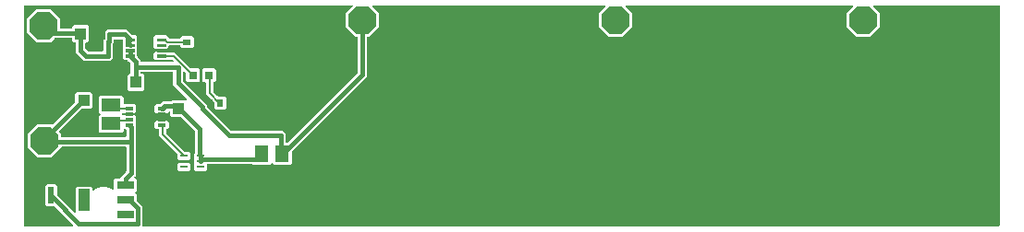
<source format=gbr>
G04 EAGLE Gerber RS-274X export*
G75*
%MOMM*%
%FSLAX34Y34*%
%LPD*%
%INTop Copper*%
%IPPOS*%
%AMOC8*
5,1,8,0,0,1.08239X$1,22.5*%
G01*
%ADD10C,0.067500*%
%ADD11R,1.630000X1.430000*%
%ADD12P,2.749271X8X22.500000*%
%ADD13R,0.700000X0.600000*%
%ADD14R,1.050000X1.080000*%
%ADD15R,0.800000X0.800000*%
%ADD16R,0.600000X0.700000*%
%ADD17R,0.800000X0.300000*%
%ADD18R,1.750000X1.900000*%
%ADD19R,1.080000X1.050000*%
%ADD20R,0.711200X0.254000*%
%ADD21R,0.381000X1.320800*%
%ADD22R,0.560000X1.500000*%
%ADD23R,1.600000X0.800000*%
%ADD24R,1.000000X2.000000*%
%ADD25R,1.300000X1.500000*%
%ADD26R,1.803400X1.155700*%
%ADD27C,0.502400*%
%ADD28C,0.127000*%
%ADD29C,0.381000*%

G36*
X47643Y13314D02*
X47643Y13314D01*
X47715Y13316D01*
X47764Y13334D01*
X47815Y13342D01*
X47878Y13376D01*
X47946Y13401D01*
X47986Y13433D01*
X48032Y13458D01*
X48082Y13509D01*
X48138Y13554D01*
X48166Y13598D01*
X48202Y13636D01*
X48232Y13701D01*
X48271Y13761D01*
X48283Y13812D01*
X48305Y13859D01*
X48313Y13930D01*
X48331Y14000D01*
X48327Y14052D01*
X48332Y14103D01*
X48317Y14174D01*
X48312Y14245D01*
X48291Y14293D01*
X48280Y14344D01*
X48243Y14405D01*
X48215Y14471D01*
X48171Y14527D01*
X48154Y14555D01*
X48136Y14570D01*
X48111Y14602D01*
X31066Y31646D01*
X30993Y31699D01*
X30923Y31759D01*
X30893Y31771D01*
X30867Y31790D01*
X30780Y31817D01*
X30695Y31851D01*
X30654Y31855D01*
X30632Y31862D01*
X30599Y31861D01*
X30528Y31869D01*
X23928Y31869D01*
X22439Y33358D01*
X22439Y50462D01*
X23928Y51951D01*
X31632Y51951D01*
X33121Y50462D01*
X33121Y42482D01*
X33135Y42392D01*
X33143Y42301D01*
X33155Y42271D01*
X33160Y42239D01*
X33203Y42158D01*
X33239Y42074D01*
X33265Y42042D01*
X33276Y42022D01*
X33299Y41999D01*
X33344Y41944D01*
X48950Y26337D01*
X49008Y26296D01*
X49060Y26246D01*
X49107Y26224D01*
X49149Y26194D01*
X49218Y26173D01*
X49283Y26143D01*
X49335Y26137D01*
X49385Y26122D01*
X49456Y26123D01*
X49527Y26116D01*
X49578Y26127D01*
X49630Y26128D01*
X49698Y26153D01*
X49768Y26168D01*
X49812Y26194D01*
X49861Y26212D01*
X49917Y26257D01*
X49979Y26294D01*
X50013Y26334D01*
X50053Y26366D01*
X50092Y26426D01*
X50139Y26481D01*
X50158Y26529D01*
X50186Y26573D01*
X50204Y26642D01*
X50231Y26709D01*
X50239Y26780D01*
X50247Y26812D01*
X50245Y26835D01*
X50249Y26876D01*
X50249Y48592D01*
X51738Y50081D01*
X63842Y50081D01*
X65331Y48592D01*
X65331Y46654D01*
X65342Y46583D01*
X65344Y46511D01*
X65362Y46462D01*
X65370Y46411D01*
X65404Y46348D01*
X65429Y46280D01*
X65461Y46240D01*
X65486Y46194D01*
X65538Y46144D01*
X65582Y46088D01*
X65626Y46060D01*
X65664Y46024D01*
X65729Y45994D01*
X65789Y45955D01*
X65840Y45943D01*
X65887Y45921D01*
X65958Y45913D01*
X66028Y45895D01*
X66080Y45899D01*
X66131Y45894D01*
X66202Y45909D01*
X66273Y45914D01*
X66321Y45935D01*
X66372Y45946D01*
X66433Y45983D01*
X66499Y46011D01*
X66555Y46056D01*
X66583Y46072D01*
X66598Y46090D01*
X66630Y46116D01*
X68686Y48172D01*
X73295Y50081D01*
X78285Y50081D01*
X82894Y48172D01*
X83950Y47116D01*
X84008Y47074D01*
X84060Y47024D01*
X84107Y47002D01*
X84149Y46972D01*
X84218Y46951D01*
X84283Y46921D01*
X84335Y46915D01*
X84385Y46900D01*
X84456Y46902D01*
X84527Y46894D01*
X84578Y46905D01*
X84630Y46906D01*
X84698Y46931D01*
X84768Y46946D01*
X84813Y46973D01*
X84861Y46990D01*
X84917Y47035D01*
X84979Y47072D01*
X85013Y47112D01*
X85053Y47144D01*
X85092Y47204D01*
X85139Y47259D01*
X85158Y47307D01*
X85186Y47351D01*
X85204Y47421D01*
X85231Y47487D01*
X85239Y47558D01*
X85247Y47590D01*
X85245Y47613D01*
X85249Y47654D01*
X85249Y56092D01*
X86738Y57581D01*
X90793Y57581D01*
X90813Y57584D01*
X90832Y57582D01*
X90934Y57604D01*
X91036Y57620D01*
X91053Y57630D01*
X91073Y57634D01*
X91162Y57687D01*
X91253Y57736D01*
X91267Y57750D01*
X91284Y57760D01*
X91351Y57839D01*
X91423Y57914D01*
X91431Y57932D01*
X91444Y57947D01*
X91483Y58043D01*
X91526Y58137D01*
X91528Y58157D01*
X91536Y58175D01*
X91554Y58342D01*
X91554Y58842D01*
X96331Y63619D01*
X96384Y63692D01*
X96444Y63762D01*
X96456Y63792D01*
X96475Y63818D01*
X96502Y63905D01*
X96536Y63990D01*
X96540Y64031D01*
X96547Y64053D01*
X96546Y64086D01*
X96554Y64157D01*
X96554Y85793D01*
X96551Y85813D01*
X96553Y85832D01*
X96531Y85934D01*
X96515Y86036D01*
X96505Y86053D01*
X96501Y86073D01*
X96448Y86162D01*
X96399Y86253D01*
X96385Y86267D01*
X96375Y86284D01*
X96296Y86351D01*
X96221Y86423D01*
X96203Y86431D01*
X96188Y86444D01*
X96092Y86483D01*
X95998Y86526D01*
X95978Y86528D01*
X95960Y86536D01*
X95793Y86554D01*
X37592Y86554D01*
X37572Y86551D01*
X37553Y86553D01*
X37451Y86531D01*
X37349Y86515D01*
X37332Y86505D01*
X37312Y86501D01*
X37223Y86448D01*
X37132Y86399D01*
X37118Y86385D01*
X37101Y86375D01*
X37034Y86296D01*
X36962Y86221D01*
X36961Y86217D01*
X27903Y77159D01*
X15277Y77159D01*
X6349Y86087D01*
X6349Y98713D01*
X15277Y107641D01*
X27903Y107641D01*
X28090Y107454D01*
X28106Y107442D01*
X28119Y107427D01*
X28206Y107370D01*
X28290Y107310D01*
X28309Y107304D01*
X28325Y107294D01*
X28426Y107268D01*
X28525Y107238D01*
X28545Y107238D01*
X28564Y107233D01*
X28667Y107241D01*
X28771Y107244D01*
X28789Y107251D01*
X28809Y107253D01*
X28904Y107293D01*
X29002Y107329D01*
X29017Y107341D01*
X29036Y107349D01*
X29166Y107454D01*
X49636Y127924D01*
X49689Y127997D01*
X49749Y128067D01*
X49761Y128097D01*
X49780Y128123D01*
X49807Y128210D01*
X49841Y128295D01*
X49845Y128336D01*
X49852Y128358D01*
X49851Y128391D01*
X49859Y128462D01*
X49859Y135572D01*
X51348Y137061D01*
X64252Y137061D01*
X65741Y135572D01*
X65741Y122968D01*
X64252Y121479D01*
X56082Y121479D01*
X55992Y121465D01*
X55901Y121457D01*
X55871Y121445D01*
X55839Y121440D01*
X55758Y121397D01*
X55675Y121361D01*
X55642Y121335D01*
X55622Y121324D01*
X55600Y121301D01*
X55544Y121256D01*
X35454Y101166D01*
X35442Y101150D01*
X35427Y101138D01*
X35370Y101050D01*
X35310Y100967D01*
X35304Y100948D01*
X35294Y100931D01*
X35268Y100830D01*
X35238Y100732D01*
X35238Y100712D01*
X35233Y100692D01*
X35241Y100589D01*
X35244Y100486D01*
X35251Y100467D01*
X35253Y100447D01*
X35293Y100352D01*
X35329Y100255D01*
X35341Y100239D01*
X35349Y100221D01*
X35454Y100090D01*
X36831Y98713D01*
X36831Y96207D01*
X36834Y96187D01*
X36832Y96168D01*
X36854Y96066D01*
X36870Y95964D01*
X36880Y95947D01*
X36884Y95927D01*
X36937Y95838D01*
X36986Y95747D01*
X37000Y95733D01*
X37010Y95716D01*
X37089Y95649D01*
X37164Y95577D01*
X37182Y95569D01*
X37197Y95556D01*
X37293Y95517D01*
X37387Y95474D01*
X37407Y95472D01*
X37425Y95464D01*
X37592Y95446D01*
X95793Y95446D01*
X95813Y95449D01*
X95832Y95447D01*
X95934Y95469D01*
X96036Y95485D01*
X96053Y95495D01*
X96073Y95499D01*
X96162Y95552D01*
X96253Y95601D01*
X96267Y95615D01*
X96284Y95625D01*
X96351Y95704D01*
X96423Y95779D01*
X96431Y95797D01*
X96444Y95812D01*
X96483Y95908D01*
X96526Y96002D01*
X96528Y96022D01*
X96536Y96040D01*
X96554Y96207D01*
X96554Y101998D01*
X96551Y102018D01*
X96553Y102037D01*
X96531Y102139D01*
X96515Y102241D01*
X96505Y102258D01*
X96501Y102278D01*
X96448Y102367D01*
X96399Y102458D01*
X96385Y102472D01*
X96375Y102489D01*
X96296Y102556D01*
X96221Y102628D01*
X96203Y102636D01*
X96188Y102649D01*
X96092Y102688D01*
X95998Y102731D01*
X95978Y102733D01*
X95960Y102741D01*
X95793Y102759D01*
X95189Y102759D01*
X95169Y102756D01*
X95150Y102758D01*
X95048Y102736D01*
X94946Y102720D01*
X94929Y102710D01*
X94909Y102706D01*
X94820Y102653D01*
X94729Y102604D01*
X94715Y102590D01*
X94698Y102580D01*
X94631Y102501D01*
X94559Y102426D01*
X94551Y102408D01*
X94538Y102393D01*
X94499Y102297D01*
X94456Y102203D01*
X94454Y102183D01*
X94446Y102165D01*
X94428Y101998D01*
X94428Y100863D01*
X92939Y99374D01*
X72801Y99374D01*
X71312Y100863D01*
X71312Y114524D01*
X72770Y115982D01*
X72781Y115998D01*
X72797Y116010D01*
X72853Y116098D01*
X72913Y116181D01*
X72919Y116200D01*
X72930Y116217D01*
X72955Y116318D01*
X72985Y116417D01*
X72985Y116436D01*
X72990Y116456D01*
X72982Y116559D01*
X72979Y116662D01*
X72972Y116681D01*
X72971Y116701D01*
X72930Y116796D01*
X72895Y116893D01*
X72882Y116909D01*
X72874Y116927D01*
X72770Y117058D01*
X71312Y118516D01*
X71312Y132177D01*
X72801Y133666D01*
X92939Y133666D01*
X94428Y132177D01*
X94428Y126602D01*
X94431Y126582D01*
X94429Y126563D01*
X94451Y126461D01*
X94467Y126359D01*
X94477Y126342D01*
X94481Y126322D01*
X94534Y126233D01*
X94583Y126142D01*
X94597Y126128D01*
X94607Y126111D01*
X94686Y126044D01*
X94761Y125972D01*
X94779Y125964D01*
X94794Y125951D01*
X94890Y125912D01*
X94984Y125869D01*
X95004Y125867D01*
X95022Y125859D01*
X95189Y125841D01*
X104352Y125841D01*
X105841Y124352D01*
X105841Y119248D01*
X104352Y117759D01*
X93987Y117759D01*
X93897Y117745D01*
X93806Y117737D01*
X93776Y117725D01*
X93744Y117720D01*
X93663Y117677D01*
X93579Y117641D01*
X93547Y117615D01*
X93527Y117604D01*
X93504Y117581D01*
X93448Y117536D01*
X92970Y117058D01*
X92959Y117042D01*
X92943Y117030D01*
X92887Y116942D01*
X92827Y116859D01*
X92821Y116840D01*
X92810Y116823D01*
X92785Y116722D01*
X92755Y116623D01*
X92755Y116604D01*
X92750Y116584D01*
X92758Y116481D01*
X92761Y116378D01*
X92768Y116359D01*
X92769Y116339D01*
X92810Y116244D01*
X92845Y116147D01*
X92858Y116131D01*
X92866Y116113D01*
X92970Y115982D01*
X93141Y115811D01*
X93157Y115799D01*
X93170Y115784D01*
X93257Y115728D01*
X93341Y115667D01*
X93360Y115662D01*
X93377Y115651D01*
X93477Y115625D01*
X93576Y115595D01*
X93596Y115596D01*
X93615Y115591D01*
X93718Y115599D01*
X93822Y115601D01*
X93841Y115608D01*
X93860Y115610D01*
X93955Y115650D01*
X94053Y115686D01*
X94069Y115698D01*
X94087Y115706D01*
X94218Y115811D01*
X94248Y115841D01*
X104352Y115841D01*
X105841Y114352D01*
X105841Y104248D01*
X105669Y104076D01*
X105616Y104002D01*
X105556Y103932D01*
X105544Y103902D01*
X105525Y103876D01*
X105498Y103789D01*
X105464Y103704D01*
X105460Y103663D01*
X105453Y103641D01*
X105454Y103609D01*
X105446Y103537D01*
X105446Y60158D01*
X104167Y58880D01*
X104126Y58822D01*
X104076Y58770D01*
X104054Y58723D01*
X104024Y58681D01*
X104003Y58612D01*
X103973Y58547D01*
X103967Y58495D01*
X103952Y58445D01*
X103953Y58374D01*
X103946Y58303D01*
X103957Y58252D01*
X103958Y58200D01*
X103983Y58132D01*
X103998Y58062D01*
X104025Y58017D01*
X104042Y57969D01*
X104087Y57913D01*
X104124Y57851D01*
X104164Y57817D01*
X104196Y57777D01*
X104256Y57738D01*
X104311Y57691D01*
X104359Y57672D01*
X104403Y57644D01*
X104472Y57626D01*
X104539Y57599D01*
X104610Y57591D01*
X104642Y57583D01*
X104665Y57585D01*
X104706Y57581D01*
X104842Y57581D01*
X106331Y56092D01*
X106331Y45988D01*
X105171Y44828D01*
X105160Y44812D01*
X105144Y44800D01*
X105088Y44712D01*
X105028Y44629D01*
X105022Y44610D01*
X105011Y44593D01*
X104986Y44492D01*
X104956Y44393D01*
X104956Y44374D01*
X104951Y44354D01*
X104959Y44251D01*
X104962Y44148D01*
X104969Y44129D01*
X104970Y44109D01*
X105011Y44014D01*
X105046Y43917D01*
X105059Y43901D01*
X105067Y43883D01*
X105171Y43752D01*
X106331Y42592D01*
X106331Y37272D01*
X106345Y37182D01*
X106353Y37091D01*
X106365Y37061D01*
X106370Y37029D01*
X106413Y36948D01*
X106449Y36864D01*
X106475Y36832D01*
X106486Y36812D01*
X106509Y36789D01*
X106554Y36734D01*
X111446Y31842D01*
X111446Y14064D01*
X111449Y14044D01*
X111447Y14025D01*
X111469Y13923D01*
X111485Y13821D01*
X111495Y13804D01*
X111499Y13784D01*
X111552Y13695D01*
X111601Y13604D01*
X111615Y13590D01*
X111625Y13573D01*
X111704Y13506D01*
X111779Y13434D01*
X111797Y13426D01*
X111812Y13413D01*
X111908Y13374D01*
X112002Y13331D01*
X112022Y13329D01*
X112040Y13321D01*
X112207Y13303D01*
X895936Y13303D01*
X895956Y13306D01*
X895975Y13304D01*
X896077Y13326D01*
X896179Y13342D01*
X896196Y13352D01*
X896216Y13356D01*
X896305Y13409D01*
X896396Y13458D01*
X896410Y13472D01*
X896427Y13482D01*
X896494Y13561D01*
X896566Y13636D01*
X896574Y13654D01*
X896587Y13669D01*
X896626Y13765D01*
X896669Y13859D01*
X896671Y13879D01*
X896679Y13897D01*
X896697Y14064D01*
X896697Y215936D01*
X896694Y215956D01*
X896696Y215975D01*
X896674Y216077D01*
X896658Y216179D01*
X896648Y216196D01*
X896644Y216216D01*
X896591Y216305D01*
X896542Y216396D01*
X896528Y216410D01*
X896518Y216427D01*
X896439Y216494D01*
X896364Y216566D01*
X896346Y216574D01*
X896331Y216587D01*
X896235Y216626D01*
X896141Y216669D01*
X896121Y216671D01*
X896103Y216679D01*
X895936Y216697D01*
X781694Y216697D01*
X781623Y216686D01*
X781552Y216684D01*
X781503Y216666D01*
X781451Y216658D01*
X781388Y216624D01*
X781321Y216599D01*
X781280Y216567D01*
X781234Y216542D01*
X781185Y216490D01*
X781129Y216446D01*
X781101Y216402D01*
X781065Y216364D01*
X781034Y216299D01*
X780996Y216239D01*
X780983Y216188D01*
X780961Y216141D01*
X780953Y216070D01*
X780936Y216000D01*
X780940Y215948D01*
X780934Y215897D01*
X780949Y215826D01*
X780955Y215755D01*
X780975Y215707D01*
X780986Y215656D01*
X781023Y215595D01*
X781051Y215529D01*
X781096Y215473D01*
X781112Y215445D01*
X781130Y215430D01*
X781156Y215398D01*
X787041Y209513D01*
X787041Y196887D01*
X778113Y187959D01*
X765487Y187959D01*
X756559Y196887D01*
X756559Y209513D01*
X762444Y215398D01*
X762486Y215456D01*
X762535Y215508D01*
X762557Y215555D01*
X762588Y215597D01*
X762609Y215666D01*
X762639Y215731D01*
X762645Y215783D01*
X762660Y215833D01*
X762658Y215904D01*
X762666Y215975D01*
X762655Y216026D01*
X762654Y216078D01*
X762629Y216146D01*
X762614Y216216D01*
X762587Y216261D01*
X762569Y216309D01*
X762524Y216365D01*
X762488Y216427D01*
X762448Y216461D01*
X762415Y216501D01*
X762355Y216540D01*
X762301Y216587D01*
X762252Y216606D01*
X762209Y216634D01*
X762139Y216652D01*
X762073Y216679D01*
X762001Y216687D01*
X761970Y216695D01*
X761947Y216693D01*
X761906Y216697D01*
X554694Y216697D01*
X554623Y216686D01*
X554552Y216684D01*
X554503Y216666D01*
X554451Y216658D01*
X554388Y216624D01*
X554321Y216599D01*
X554280Y216567D01*
X554234Y216542D01*
X554185Y216490D01*
X554129Y216446D01*
X554101Y216402D01*
X554065Y216364D01*
X554034Y216299D01*
X553996Y216239D01*
X553983Y216188D01*
X553961Y216141D01*
X553953Y216070D01*
X553936Y216000D01*
X553940Y215948D01*
X553934Y215897D01*
X553949Y215826D01*
X553955Y215755D01*
X553975Y215707D01*
X553986Y215656D01*
X554023Y215595D01*
X554051Y215529D01*
X554096Y215473D01*
X554112Y215445D01*
X554130Y215430D01*
X554156Y215398D01*
X560041Y209513D01*
X560041Y196887D01*
X551113Y187959D01*
X538487Y187959D01*
X529559Y196887D01*
X529559Y209513D01*
X535444Y215398D01*
X535486Y215456D01*
X535535Y215508D01*
X535557Y215555D01*
X535588Y215597D01*
X535609Y215666D01*
X535639Y215731D01*
X535645Y215783D01*
X535660Y215833D01*
X535658Y215904D01*
X535666Y215975D01*
X535655Y216026D01*
X535654Y216078D01*
X535629Y216146D01*
X535614Y216216D01*
X535587Y216261D01*
X535569Y216309D01*
X535524Y216365D01*
X535488Y216427D01*
X535448Y216461D01*
X535415Y216501D01*
X535355Y216540D01*
X535301Y216587D01*
X535252Y216606D01*
X535209Y216634D01*
X535139Y216652D01*
X535073Y216679D01*
X535001Y216687D01*
X534970Y216695D01*
X534947Y216693D01*
X534906Y216697D01*
X323094Y216697D01*
X323023Y216686D01*
X322952Y216684D01*
X322903Y216666D01*
X322851Y216658D01*
X322788Y216624D01*
X322721Y216599D01*
X322680Y216567D01*
X322634Y216542D01*
X322585Y216490D01*
X322529Y216446D01*
X322501Y216402D01*
X322465Y216364D01*
X322434Y216299D01*
X322396Y216239D01*
X322383Y216188D01*
X322361Y216141D01*
X322353Y216070D01*
X322336Y216000D01*
X322340Y215948D01*
X322334Y215897D01*
X322349Y215826D01*
X322355Y215755D01*
X322375Y215707D01*
X322386Y215656D01*
X322423Y215595D01*
X322451Y215529D01*
X322496Y215473D01*
X322512Y215445D01*
X322530Y215430D01*
X322556Y215398D01*
X328441Y209513D01*
X328441Y196887D01*
X319513Y187959D01*
X318207Y187959D01*
X318187Y187956D01*
X318168Y187958D01*
X318066Y187936D01*
X317964Y187920D01*
X317947Y187910D01*
X317927Y187906D01*
X317838Y187853D01*
X317747Y187804D01*
X317733Y187790D01*
X317716Y187780D01*
X317649Y187701D01*
X317577Y187626D01*
X317569Y187608D01*
X317556Y187593D01*
X317517Y187497D01*
X317474Y187403D01*
X317472Y187383D01*
X317464Y187365D01*
X317446Y187198D01*
X317446Y151158D01*
X248764Y82476D01*
X248711Y82403D01*
X248651Y82333D01*
X248639Y82303D01*
X248620Y82277D01*
X248593Y82190D01*
X248559Y82105D01*
X248555Y82064D01*
X248548Y82042D01*
X248549Y82009D01*
X248541Y81938D01*
X248541Y71448D01*
X247052Y69959D01*
X231948Y69959D01*
X230538Y71369D01*
X230522Y71380D01*
X230510Y71396D01*
X230422Y71452D01*
X230339Y71512D01*
X230320Y71518D01*
X230303Y71529D01*
X230202Y71554D01*
X230103Y71584D01*
X230084Y71584D01*
X230064Y71589D01*
X229961Y71581D01*
X229858Y71578D01*
X229839Y71571D01*
X229819Y71570D01*
X229724Y71529D01*
X229627Y71494D01*
X229611Y71481D01*
X229593Y71473D01*
X229462Y71369D01*
X228052Y69959D01*
X212948Y69959D01*
X212576Y70331D01*
X212502Y70384D01*
X212432Y70444D01*
X212402Y70456D01*
X212376Y70475D01*
X212289Y70502D01*
X212204Y70536D01*
X212163Y70540D01*
X212141Y70547D01*
X212109Y70546D01*
X212037Y70554D01*
X171371Y70554D01*
X171351Y70551D01*
X171332Y70553D01*
X171230Y70531D01*
X171128Y70515D01*
X171111Y70505D01*
X171091Y70501D01*
X171002Y70448D01*
X170911Y70399D01*
X170897Y70385D01*
X170880Y70375D01*
X170813Y70296D01*
X170741Y70221D01*
X170733Y70203D01*
X170720Y70188D01*
X170681Y70092D01*
X170638Y69998D01*
X170636Y69978D01*
X170628Y69960D01*
X170610Y69793D01*
X170610Y65868D01*
X169121Y64379D01*
X159905Y64379D01*
X158416Y65868D01*
X158416Y80512D01*
X159331Y81427D01*
X159384Y81501D01*
X159444Y81571D01*
X159456Y81601D01*
X159475Y81627D01*
X159502Y81714D01*
X159536Y81799D01*
X159540Y81840D01*
X159547Y81862D01*
X159546Y81894D01*
X159554Y81966D01*
X159554Y100843D01*
X159549Y100876D01*
X159550Y100886D01*
X159539Y100934D01*
X159532Y101024D01*
X159520Y101054D01*
X159515Y101086D01*
X159501Y101112D01*
X159498Y101126D01*
X159467Y101177D01*
X159436Y101250D01*
X159410Y101283D01*
X159399Y101303D01*
X159382Y101320D01*
X159371Y101337D01*
X159356Y101351D01*
X159331Y101381D01*
X146946Y113766D01*
X146873Y113819D01*
X146803Y113879D01*
X146773Y113891D01*
X146747Y113910D01*
X146660Y113937D01*
X146575Y113971D01*
X146534Y113975D01*
X146512Y113982D01*
X146479Y113981D01*
X146408Y113989D01*
X138328Y113989D01*
X136839Y115478D01*
X136839Y118408D01*
X136828Y118479D01*
X136826Y118551D01*
X136808Y118600D01*
X136800Y118651D01*
X136766Y118714D01*
X136741Y118782D01*
X136709Y118822D01*
X136684Y118868D01*
X136632Y118918D01*
X136588Y118974D01*
X136544Y119002D01*
X136506Y119038D01*
X136441Y119068D01*
X136381Y119107D01*
X136330Y119120D01*
X136283Y119141D01*
X136212Y119149D01*
X136142Y119167D01*
X136090Y119163D01*
X136039Y119169D01*
X135968Y119153D01*
X135897Y119148D01*
X135849Y119127D01*
X135798Y119116D01*
X135737Y119079D01*
X135671Y119051D01*
X135615Y119007D01*
X135587Y118990D01*
X135572Y118972D01*
X135540Y118947D01*
X134352Y117759D01*
X132362Y117759D01*
X132272Y117745D01*
X132181Y117737D01*
X132151Y117725D01*
X132119Y117720D01*
X132038Y117677D01*
X131955Y117641D01*
X131922Y117615D01*
X131902Y117604D01*
X131880Y117581D01*
X131846Y117554D01*
X130729Y117554D01*
X130708Y117551D01*
X130686Y117553D01*
X130520Y117525D01*
X128751Y117019D01*
X127591Y117663D01*
X127490Y117700D01*
X127388Y117741D01*
X127371Y117743D01*
X127360Y117747D01*
X127331Y117747D01*
X127222Y117759D01*
X124248Y117759D01*
X122759Y119248D01*
X122759Y124352D01*
X124248Y125841D01*
X127153Y125841D01*
X127175Y125844D01*
X127197Y125842D01*
X127362Y125870D01*
X127481Y125904D01*
X127580Y125950D01*
X127680Y125993D01*
X127693Y126004D01*
X127704Y126009D01*
X127725Y126029D01*
X127810Y126098D01*
X130158Y128446D01*
X136887Y128446D01*
X136977Y128460D01*
X137068Y128468D01*
X137098Y128480D01*
X137130Y128485D01*
X137211Y128528D01*
X137295Y128564D01*
X137327Y128590D01*
X137347Y128601D01*
X137370Y128624D01*
X137426Y128669D01*
X138328Y129571D01*
X151304Y129571D01*
X151375Y129582D01*
X151447Y129584D01*
X151496Y129602D01*
X151547Y129610D01*
X151610Y129644D01*
X151678Y129669D01*
X151718Y129701D01*
X151764Y129726D01*
X151814Y129778D01*
X151870Y129822D01*
X151898Y129866D01*
X151934Y129904D01*
X151964Y129969D01*
X152003Y130029D01*
X152015Y130080D01*
X152037Y130127D01*
X152045Y130198D01*
X152063Y130268D01*
X152059Y130320D01*
X152064Y130371D01*
X152049Y130442D01*
X152044Y130513D01*
X152023Y130561D01*
X152012Y130612D01*
X151975Y130673D01*
X151947Y130739D01*
X151903Y130795D01*
X151886Y130823D01*
X151868Y130838D01*
X151843Y130870D01*
X139554Y143158D01*
X139554Y154793D01*
X139551Y154813D01*
X139553Y154832D01*
X139531Y154934D01*
X139515Y155036D01*
X139505Y155053D01*
X139501Y155073D01*
X139448Y155162D01*
X139399Y155253D01*
X139385Y155267D01*
X139375Y155284D01*
X139296Y155351D01*
X139221Y155423D01*
X139203Y155431D01*
X139188Y155444D01*
X139092Y155483D01*
X138998Y155526D01*
X138978Y155528D01*
X138960Y155536D01*
X138793Y155554D01*
X110207Y155554D01*
X110187Y155551D01*
X110168Y155553D01*
X110066Y155531D01*
X109964Y155515D01*
X109947Y155505D01*
X109927Y155501D01*
X109838Y155448D01*
X109747Y155399D01*
X109733Y155385D01*
X109716Y155375D01*
X109649Y155296D01*
X109577Y155221D01*
X109569Y155203D01*
X109556Y155188D01*
X109517Y155092D01*
X109474Y154998D01*
X109472Y154978D01*
X109464Y154960D01*
X109446Y154793D01*
X109446Y154752D01*
X109449Y154732D01*
X109447Y154713D01*
X109469Y154611D01*
X109485Y154509D01*
X109495Y154492D01*
X109499Y154472D01*
X109552Y154383D01*
X109601Y154292D01*
X109615Y154278D01*
X109625Y154261D01*
X109704Y154194D01*
X109779Y154122D01*
X109797Y154114D01*
X109812Y154101D01*
X109908Y154062D01*
X110002Y154019D01*
X110022Y154017D01*
X110040Y154009D01*
X110207Y153991D01*
X111852Y153991D01*
X113341Y152502D01*
X113341Y139598D01*
X111852Y138109D01*
X99248Y138109D01*
X97759Y139598D01*
X97759Y152502D01*
X99248Y153991D01*
X99793Y153991D01*
X99813Y153994D01*
X99832Y153992D01*
X99934Y154014D01*
X100036Y154030D01*
X100053Y154040D01*
X100073Y154044D01*
X100162Y154097D01*
X100253Y154146D01*
X100267Y154160D01*
X100284Y154170D01*
X100351Y154249D01*
X100423Y154324D01*
X100431Y154342D01*
X100444Y154357D01*
X100483Y154453D01*
X100526Y154547D01*
X100528Y154567D01*
X100536Y154585D01*
X100554Y154752D01*
X100554Y162843D01*
X100540Y162933D01*
X100532Y163024D01*
X100520Y163054D01*
X100515Y163086D01*
X100472Y163166D01*
X100436Y163250D01*
X100410Y163283D01*
X100399Y163303D01*
X100376Y163325D01*
X100331Y163381D01*
X99158Y164555D01*
X99116Y164585D01*
X99081Y164622D01*
X99017Y164656D01*
X98958Y164699D01*
X98909Y164714D01*
X98864Y164738D01*
X98748Y164763D01*
X98723Y164771D01*
X98714Y164771D01*
X98700Y164774D01*
X98699Y164774D01*
X97715Y165992D01*
X97694Y166010D01*
X97661Y166052D01*
X97526Y166186D01*
X97452Y166240D01*
X97383Y166299D01*
X97353Y166311D01*
X97327Y166330D01*
X97240Y166357D01*
X97155Y166391D01*
X97114Y166395D01*
X97092Y166402D01*
X97059Y166401D01*
X96988Y166409D01*
X94895Y166409D01*
X93209Y168095D01*
X93209Y180438D01*
X93195Y180528D01*
X93187Y180619D01*
X93179Y180638D01*
X93179Y184793D01*
X93176Y184813D01*
X93178Y184832D01*
X93156Y184934D01*
X93140Y185036D01*
X93130Y185053D01*
X93126Y185073D01*
X93073Y185162D01*
X93024Y185253D01*
X93010Y185267D01*
X93000Y185284D01*
X92921Y185351D01*
X92846Y185423D01*
X92828Y185431D01*
X92813Y185444D01*
X92717Y185483D01*
X92623Y185526D01*
X92603Y185528D01*
X92585Y185536D01*
X92418Y185554D01*
X85882Y185554D01*
X85862Y185551D01*
X85843Y185553D01*
X85741Y185531D01*
X85639Y185515D01*
X85622Y185505D01*
X85602Y185501D01*
X85513Y185448D01*
X85422Y185399D01*
X85408Y185385D01*
X85391Y185375D01*
X85324Y185296D01*
X85252Y185221D01*
X85244Y185203D01*
X85231Y185188D01*
X85192Y185092D01*
X85149Y184998D01*
X85147Y184978D01*
X85139Y184960D01*
X85121Y184793D01*
X85121Y181943D01*
X84669Y181491D01*
X84616Y181417D01*
X84556Y181348D01*
X84544Y181318D01*
X84525Y181292D01*
X84498Y181205D01*
X84464Y181120D01*
X84460Y181079D01*
X84453Y181057D01*
X84454Y181024D01*
X84446Y180953D01*
X84446Y168158D01*
X81842Y165554D01*
X58158Y165554D01*
X50304Y173408D01*
X50304Y181798D01*
X50301Y181818D01*
X50303Y181837D01*
X50281Y181939D01*
X50265Y182041D01*
X50255Y182058D01*
X50251Y182078D01*
X50198Y182167D01*
X50149Y182258D01*
X50135Y182272D01*
X50125Y182289D01*
X50046Y182356D01*
X49971Y182428D01*
X49953Y182436D01*
X49938Y182449D01*
X49842Y182488D01*
X49748Y182531D01*
X49728Y182533D01*
X49710Y182541D01*
X49543Y182559D01*
X48448Y182559D01*
X46959Y184048D01*
X46959Y185793D01*
X46956Y185813D01*
X46958Y185832D01*
X46936Y185934D01*
X46920Y186036D01*
X46910Y186053D01*
X46906Y186073D01*
X46853Y186162D01*
X46804Y186253D01*
X46790Y186267D01*
X46780Y186284D01*
X46701Y186351D01*
X46626Y186423D01*
X46608Y186431D01*
X46593Y186444D01*
X46497Y186483D01*
X46403Y186526D01*
X46383Y186528D01*
X46365Y186536D01*
X46198Y186554D01*
X31243Y186554D01*
X31153Y186540D01*
X31062Y186532D01*
X31032Y186520D01*
X31000Y186515D01*
X30920Y186472D01*
X30836Y186436D01*
X30804Y186410D01*
X30783Y186399D01*
X30761Y186376D01*
X30705Y186331D01*
X27113Y182739D01*
X14487Y182739D01*
X5559Y191667D01*
X5559Y204293D01*
X14487Y213221D01*
X27113Y213221D01*
X36041Y204293D01*
X36041Y196207D01*
X36044Y196187D01*
X36042Y196168D01*
X36064Y196066D01*
X36080Y195964D01*
X36090Y195947D01*
X36094Y195927D01*
X36147Y195838D01*
X36196Y195747D01*
X36210Y195733D01*
X36220Y195716D01*
X36299Y195649D01*
X36374Y195577D01*
X36392Y195569D01*
X36407Y195556D01*
X36503Y195517D01*
X36597Y195474D01*
X36617Y195472D01*
X36635Y195464D01*
X36802Y195446D01*
X46198Y195446D01*
X46218Y195449D01*
X46237Y195447D01*
X46339Y195469D01*
X46441Y195485D01*
X46458Y195495D01*
X46478Y195499D01*
X46567Y195552D01*
X46658Y195601D01*
X46672Y195615D01*
X46689Y195625D01*
X46756Y195704D01*
X46828Y195779D01*
X46836Y195797D01*
X46849Y195812D01*
X46888Y195908D01*
X46931Y196002D01*
X46933Y196022D01*
X46941Y196040D01*
X46959Y196207D01*
X46959Y196952D01*
X48448Y198441D01*
X61052Y198441D01*
X62541Y196952D01*
X62541Y184048D01*
X61052Y182559D01*
X59957Y182559D01*
X59937Y182556D01*
X59918Y182558D01*
X59816Y182536D01*
X59714Y182520D01*
X59697Y182510D01*
X59677Y182506D01*
X59588Y182453D01*
X59497Y182404D01*
X59483Y182390D01*
X59466Y182380D01*
X59399Y182301D01*
X59327Y182226D01*
X59319Y182208D01*
X59306Y182193D01*
X59267Y182097D01*
X59224Y182003D01*
X59222Y181983D01*
X59214Y181965D01*
X59196Y181798D01*
X59196Y177407D01*
X59210Y177317D01*
X59218Y177226D01*
X59230Y177196D01*
X59235Y177164D01*
X59278Y177083D01*
X59314Y177000D01*
X59340Y176967D01*
X59351Y176947D01*
X59374Y176925D01*
X59419Y176869D01*
X61619Y174669D01*
X61692Y174616D01*
X61762Y174556D01*
X61792Y174544D01*
X61818Y174525D01*
X61905Y174498D01*
X61990Y174464D01*
X62031Y174460D01*
X62053Y174453D01*
X62086Y174454D01*
X62157Y174446D01*
X74793Y174446D01*
X74813Y174449D01*
X74832Y174447D01*
X74934Y174469D01*
X75036Y174485D01*
X75053Y174495D01*
X75073Y174499D01*
X75162Y174552D01*
X75253Y174601D01*
X75267Y174615D01*
X75284Y174625D01*
X75351Y174704D01*
X75423Y174779D01*
X75431Y174797D01*
X75444Y174812D01*
X75483Y174908D01*
X75526Y175002D01*
X75528Y175022D01*
X75536Y175040D01*
X75554Y175207D01*
X75554Y184951D01*
X76006Y185403D01*
X76059Y185477D01*
X76119Y185547D01*
X76131Y185577D01*
X76150Y185603D01*
X76177Y185690D01*
X76211Y185775D01*
X76215Y185816D01*
X76222Y185838D01*
X76221Y185870D01*
X76229Y185942D01*
X76229Y191842D01*
X78833Y194446D01*
X97092Y194446D01*
X102124Y189414D01*
X102197Y189361D01*
X102267Y189301D01*
X102297Y189289D01*
X102323Y189270D01*
X102410Y189243D01*
X102495Y189209D01*
X102536Y189205D01*
X102558Y189198D01*
X102591Y189199D01*
X102662Y189191D01*
X105005Y189191D01*
X106691Y187505D01*
X106691Y169912D01*
X106705Y169822D01*
X106713Y169731D01*
X106725Y169701D01*
X106730Y169669D01*
X106773Y169588D01*
X106809Y169505D01*
X106835Y169472D01*
X106846Y169452D01*
X106869Y169430D01*
X106914Y169374D01*
X109446Y166842D01*
X109446Y165207D01*
X109449Y165187D01*
X109447Y165168D01*
X109469Y165066D01*
X109485Y164964D01*
X109495Y164947D01*
X109499Y164927D01*
X109552Y164838D01*
X109601Y164747D01*
X109615Y164733D01*
X109625Y164716D01*
X109704Y164649D01*
X109779Y164577D01*
X109797Y164569D01*
X109812Y164556D01*
X109908Y164517D01*
X110002Y164474D01*
X110022Y164472D01*
X110040Y164464D01*
X110207Y164446D01*
X139225Y164446D01*
X139296Y164457D01*
X139368Y164459D01*
X139417Y164477D01*
X139468Y164485D01*
X139531Y164519D01*
X139599Y164544D01*
X139639Y164576D01*
X139685Y164601D01*
X139735Y164653D01*
X139791Y164697D01*
X139819Y164741D01*
X139855Y164779D01*
X139885Y164844D01*
X139924Y164904D01*
X139936Y164955D01*
X139958Y165002D01*
X139966Y165073D01*
X139984Y165143D01*
X139980Y165195D01*
X139986Y165246D01*
X139970Y165317D01*
X139965Y165388D01*
X139944Y165436D01*
X139933Y165487D01*
X139896Y165548D01*
X139868Y165614D01*
X139824Y165670D01*
X139807Y165698D01*
X139789Y165713D01*
X139764Y165745D01*
X138908Y166601D01*
X138834Y166654D01*
X138764Y166714D01*
X138734Y166726D01*
X138708Y166745D01*
X138621Y166772D01*
X138536Y166806D01*
X138495Y166810D01*
X138473Y166817D01*
X138441Y166816D01*
X138369Y166824D01*
X134435Y166824D01*
X134345Y166810D01*
X134254Y166802D01*
X134224Y166790D01*
X134192Y166785D01*
X134112Y166742D01*
X134028Y166706D01*
X133996Y166680D01*
X133975Y166669D01*
X133953Y166646D01*
X133897Y166601D01*
X133705Y166409D01*
X123595Y166409D01*
X121909Y168095D01*
X121909Y172505D01*
X123595Y174191D01*
X133705Y174191D01*
X134497Y173399D01*
X134571Y173346D01*
X134640Y173286D01*
X134670Y173274D01*
X134697Y173255D01*
X134783Y173228D01*
X134868Y173194D01*
X134909Y173190D01*
X134932Y173183D01*
X134964Y173184D01*
X135035Y173176D01*
X141315Y173176D01*
X143399Y171092D01*
X155327Y159164D01*
X155401Y159111D01*
X155471Y159051D01*
X155501Y159039D01*
X155527Y159020D01*
X155614Y158993D01*
X155699Y158959D01*
X155740Y158955D01*
X155762Y158948D01*
X155794Y158949D01*
X155866Y158941D01*
X162652Y158941D01*
X164141Y157452D01*
X164141Y147348D01*
X162652Y145859D01*
X152548Y145859D01*
X151059Y147348D01*
X151059Y154134D01*
X151056Y154154D01*
X151058Y154173D01*
X151043Y154243D01*
X151037Y154315D01*
X151025Y154345D01*
X151020Y154377D01*
X151010Y154395D01*
X151006Y154414D01*
X150970Y154475D01*
X150941Y154542D01*
X150915Y154574D01*
X150904Y154594D01*
X150890Y154608D01*
X150880Y154625D01*
X150863Y154640D01*
X150836Y154673D01*
X149745Y155764D01*
X149687Y155805D01*
X149635Y155855D01*
X149588Y155877D01*
X149546Y155907D01*
X149477Y155928D01*
X149412Y155958D01*
X149360Y155964D01*
X149310Y155979D01*
X149239Y155978D01*
X149168Y155986D01*
X149117Y155974D01*
X149065Y155973D01*
X148997Y155948D01*
X148927Y155933D01*
X148883Y155907D01*
X148834Y155889D01*
X148778Y155844D01*
X148716Y155807D01*
X148682Y155768D01*
X148642Y155735D01*
X148603Y155675D01*
X148556Y155620D01*
X148537Y155572D01*
X148509Y155528D01*
X148491Y155459D01*
X148464Y155392D01*
X148456Y155321D01*
X148448Y155290D01*
X148450Y155266D01*
X148446Y155225D01*
X148446Y147157D01*
X148460Y147067D01*
X148468Y146976D01*
X148480Y146946D01*
X148485Y146914D01*
X148528Y146833D01*
X148564Y146750D01*
X148590Y146717D01*
X148601Y146697D01*
X148624Y146675D01*
X148669Y146619D01*
X170446Y124842D01*
X170446Y124157D01*
X170460Y124067D01*
X170468Y123976D01*
X170480Y123946D01*
X170485Y123914D01*
X170528Y123833D01*
X170564Y123750D01*
X170590Y123717D01*
X170601Y123697D01*
X170624Y123675D01*
X170669Y123619D01*
X192619Y101669D01*
X192692Y101616D01*
X192762Y101556D01*
X192792Y101544D01*
X192818Y101525D01*
X192905Y101498D01*
X192990Y101464D01*
X193031Y101460D01*
X193053Y101453D01*
X193086Y101454D01*
X193157Y101446D01*
X239842Y101446D01*
X242446Y98842D01*
X242446Y90802D01*
X242449Y90782D01*
X242447Y90763D01*
X242469Y90661D01*
X242485Y90559D01*
X242495Y90542D01*
X242499Y90522D01*
X242552Y90433D01*
X242601Y90342D01*
X242615Y90328D01*
X242625Y90311D01*
X242704Y90244D01*
X242779Y90172D01*
X242797Y90164D01*
X242812Y90151D01*
X242908Y90112D01*
X243002Y90069D01*
X243022Y90067D01*
X243040Y90059D01*
X243207Y90041D01*
X243438Y90041D01*
X243528Y90055D01*
X243619Y90063D01*
X243649Y90075D01*
X243681Y90080D01*
X243762Y90123D01*
X243845Y90159D01*
X243878Y90185D01*
X243898Y90196D01*
X243920Y90219D01*
X243976Y90264D01*
X308331Y154619D01*
X308384Y154692D01*
X308444Y154762D01*
X308456Y154792D01*
X308475Y154818D01*
X308502Y154905D01*
X308536Y154990D01*
X308540Y155031D01*
X308547Y155053D01*
X308546Y155086D01*
X308554Y155157D01*
X308554Y187198D01*
X308551Y187218D01*
X308553Y187237D01*
X308531Y187339D01*
X308515Y187441D01*
X308505Y187458D01*
X308501Y187478D01*
X308448Y187567D01*
X308399Y187658D01*
X308385Y187672D01*
X308375Y187689D01*
X308296Y187756D01*
X308221Y187828D01*
X308203Y187836D01*
X308188Y187849D01*
X308092Y187888D01*
X307998Y187931D01*
X307978Y187933D01*
X307960Y187941D01*
X307793Y187959D01*
X306887Y187959D01*
X297959Y196887D01*
X297959Y209513D01*
X303844Y215398D01*
X303886Y215456D01*
X303935Y215508D01*
X303957Y215555D01*
X303988Y215597D01*
X304009Y215666D01*
X304039Y215731D01*
X304045Y215783D01*
X304060Y215833D01*
X304058Y215904D01*
X304066Y215975D01*
X304055Y216026D01*
X304054Y216078D01*
X304029Y216146D01*
X304014Y216216D01*
X303987Y216261D01*
X303969Y216309D01*
X303924Y216365D01*
X303888Y216427D01*
X303848Y216461D01*
X303815Y216501D01*
X303755Y216540D01*
X303701Y216587D01*
X303652Y216606D01*
X303609Y216634D01*
X303539Y216652D01*
X303473Y216679D01*
X303401Y216687D01*
X303370Y216695D01*
X303347Y216693D01*
X303306Y216697D01*
X4064Y216697D01*
X4044Y216694D01*
X4025Y216696D01*
X3923Y216674D01*
X3821Y216658D01*
X3804Y216648D01*
X3784Y216644D01*
X3695Y216591D01*
X3604Y216542D01*
X3590Y216528D01*
X3573Y216518D01*
X3506Y216439D01*
X3434Y216364D01*
X3426Y216346D01*
X3413Y216331D01*
X3374Y216235D01*
X3331Y216141D01*
X3329Y216121D01*
X3321Y216103D01*
X3303Y215936D01*
X3303Y14064D01*
X3306Y14044D01*
X3304Y14025D01*
X3326Y13923D01*
X3342Y13821D01*
X3352Y13804D01*
X3356Y13784D01*
X3409Y13695D01*
X3458Y13604D01*
X3472Y13590D01*
X3482Y13573D01*
X3561Y13506D01*
X3636Y13434D01*
X3654Y13426D01*
X3669Y13413D01*
X3765Y13374D01*
X3859Y13331D01*
X3879Y13329D01*
X3897Y13321D01*
X4064Y13303D01*
X47572Y13303D01*
X47643Y13314D01*
G37*
%LPC*%
G36*
X178748Y120959D02*
X178748Y120959D01*
X177259Y122448D01*
X177259Y126934D01*
X177245Y127024D01*
X177237Y127115D01*
X177225Y127145D01*
X177220Y127177D01*
X177177Y127258D01*
X177141Y127342D01*
X177115Y127374D01*
X177104Y127394D01*
X177081Y127417D01*
X177036Y127473D01*
X171908Y132601D01*
X169824Y134685D01*
X169824Y145098D01*
X169821Y145118D01*
X169823Y145137D01*
X169801Y145239D01*
X169785Y145341D01*
X169775Y145358D01*
X169771Y145378D01*
X169718Y145467D01*
X169669Y145558D01*
X169655Y145572D01*
X169645Y145589D01*
X169566Y145656D01*
X169491Y145728D01*
X169473Y145736D01*
X169458Y145749D01*
X169362Y145788D01*
X169268Y145831D01*
X169248Y145833D01*
X169230Y145841D01*
X169063Y145859D01*
X167548Y145859D01*
X166059Y147348D01*
X166059Y157452D01*
X167548Y158941D01*
X177652Y158941D01*
X179141Y157452D01*
X179141Y147348D01*
X177652Y145859D01*
X176937Y145859D01*
X176917Y145856D01*
X176898Y145858D01*
X176796Y145836D01*
X176694Y145820D01*
X176677Y145810D01*
X176657Y145806D01*
X176568Y145753D01*
X176477Y145704D01*
X176463Y145690D01*
X176446Y145680D01*
X176379Y145601D01*
X176307Y145526D01*
X176299Y145508D01*
X176286Y145493D01*
X176247Y145397D01*
X176204Y145303D01*
X176202Y145283D01*
X176194Y145265D01*
X176176Y145098D01*
X176176Y137631D01*
X176190Y137541D01*
X176198Y137450D01*
X176210Y137420D01*
X176215Y137388D01*
X176258Y137307D01*
X176294Y137223D01*
X176320Y137191D01*
X176331Y137171D01*
X176354Y137148D01*
X176399Y137092D01*
X180227Y133264D01*
X180301Y133211D01*
X180371Y133151D01*
X180401Y133139D01*
X180427Y133120D01*
X180514Y133093D01*
X180599Y133059D01*
X180640Y133055D01*
X180662Y133048D01*
X180694Y133049D01*
X180766Y133041D01*
X186852Y133041D01*
X188341Y131552D01*
X188341Y122448D01*
X186852Y120959D01*
X178748Y120959D01*
G37*
%LPD*%
%LPC*%
G36*
X144919Y74379D02*
X144919Y74379D01*
X143430Y75868D01*
X143430Y79763D01*
X143416Y79853D01*
X143408Y79944D01*
X143396Y79974D01*
X143391Y80006D01*
X143348Y80087D01*
X143312Y80171D01*
X143286Y80203D01*
X143275Y80223D01*
X143252Y80246D01*
X143207Y80302D01*
X126824Y96685D01*
X126824Y101998D01*
X126821Y102018D01*
X126823Y102037D01*
X126801Y102139D01*
X126785Y102241D01*
X126775Y102258D01*
X126771Y102278D01*
X126718Y102367D01*
X126669Y102458D01*
X126655Y102472D01*
X126645Y102489D01*
X126566Y102556D01*
X126491Y102628D01*
X126473Y102636D01*
X126458Y102649D01*
X126362Y102688D01*
X126268Y102731D01*
X126248Y102733D01*
X126230Y102741D01*
X126063Y102759D01*
X124248Y102759D01*
X122759Y104248D01*
X122759Y109352D01*
X124248Y110841D01*
X134352Y110841D01*
X135841Y109352D01*
X135841Y104248D01*
X134352Y102759D01*
X133937Y102759D01*
X133917Y102756D01*
X133898Y102758D01*
X133796Y102736D01*
X133694Y102720D01*
X133677Y102710D01*
X133657Y102706D01*
X133568Y102653D01*
X133477Y102604D01*
X133463Y102590D01*
X133446Y102580D01*
X133379Y102501D01*
X133307Y102426D01*
X133299Y102408D01*
X133286Y102393D01*
X133247Y102297D01*
X133204Y102203D01*
X133202Y102183D01*
X133194Y102165D01*
X133176Y101998D01*
X133176Y99631D01*
X133190Y99541D01*
X133198Y99450D01*
X133210Y99420D01*
X133215Y99388D01*
X133258Y99307D01*
X133294Y99223D01*
X133320Y99191D01*
X133331Y99171D01*
X133354Y99148D01*
X133399Y99092D01*
X150267Y82224D01*
X150341Y82171D01*
X150411Y82111D01*
X150441Y82099D01*
X150467Y82080D01*
X150554Y82053D01*
X150639Y82019D01*
X150680Y82015D01*
X150702Y82008D01*
X150734Y82009D01*
X150806Y82001D01*
X154135Y82001D01*
X155624Y80512D01*
X155624Y75868D01*
X154135Y74379D01*
X144919Y74379D01*
G37*
%LPD*%
%LPC*%
G36*
X123595Y176409D02*
X123595Y176409D01*
X121909Y178095D01*
X121909Y187505D01*
X123595Y189191D01*
X133705Y189191D01*
X135391Y187505D01*
X135391Y186937D01*
X135394Y186917D01*
X135392Y186898D01*
X135414Y186796D01*
X135430Y186694D01*
X135440Y186677D01*
X135444Y186657D01*
X135497Y186568D01*
X135546Y186477D01*
X135560Y186463D01*
X135570Y186446D01*
X135649Y186379D01*
X135724Y186307D01*
X135742Y186299D01*
X135757Y186286D01*
X135853Y186247D01*
X135947Y186204D01*
X135967Y186202D01*
X135985Y186194D01*
X136152Y186176D01*
X145598Y186176D01*
X145618Y186179D01*
X145637Y186177D01*
X145739Y186199D01*
X145841Y186215D01*
X145858Y186225D01*
X145878Y186229D01*
X145967Y186282D01*
X146058Y186331D01*
X146072Y186345D01*
X146089Y186355D01*
X146156Y186434D01*
X146228Y186509D01*
X146236Y186527D01*
X146249Y186542D01*
X146288Y186638D01*
X146331Y186732D01*
X146333Y186752D01*
X146341Y186770D01*
X146349Y186842D01*
X147848Y188341D01*
X156952Y188341D01*
X158441Y186852D01*
X158441Y178748D01*
X156952Y177259D01*
X147848Y177259D01*
X146359Y178748D01*
X146359Y179063D01*
X146356Y179083D01*
X146358Y179102D01*
X146336Y179204D01*
X146320Y179306D01*
X146310Y179323D01*
X146306Y179343D01*
X146253Y179432D01*
X146204Y179523D01*
X146190Y179537D01*
X146180Y179554D01*
X146101Y179621D01*
X146026Y179693D01*
X146008Y179701D01*
X145993Y179714D01*
X145897Y179753D01*
X145803Y179796D01*
X145783Y179798D01*
X145765Y179806D01*
X145598Y179824D01*
X136152Y179824D01*
X136132Y179821D01*
X136113Y179823D01*
X136011Y179801D01*
X135909Y179785D01*
X135892Y179775D01*
X135872Y179771D01*
X135783Y179718D01*
X135692Y179669D01*
X135678Y179655D01*
X135661Y179645D01*
X135594Y179566D01*
X135522Y179491D01*
X135514Y179473D01*
X135501Y179458D01*
X135462Y179362D01*
X135419Y179268D01*
X135417Y179248D01*
X135409Y179230D01*
X135391Y179063D01*
X135391Y178095D01*
X133705Y176409D01*
X123595Y176409D01*
G37*
%LPD*%
%LPC*%
G36*
X144919Y64379D02*
X144919Y64379D01*
X143430Y65868D01*
X143430Y70512D01*
X144919Y72001D01*
X154135Y72001D01*
X155624Y70512D01*
X155624Y65868D01*
X154135Y64379D01*
X144919Y64379D01*
G37*
%LPD*%
D10*
X103813Y184287D02*
X96087Y184287D01*
X96087Y186313D01*
X103813Y186313D01*
X103813Y184287D01*
X103813Y184928D02*
X96087Y184928D01*
X96087Y185569D02*
X103813Y185569D01*
X103813Y186210D02*
X96087Y186210D01*
X96087Y179287D02*
X103813Y179287D01*
X96087Y179287D02*
X96087Y181313D01*
X103813Y181313D01*
X103813Y179287D01*
X103813Y179928D02*
X96087Y179928D01*
X96087Y180569D02*
X103813Y180569D01*
X103813Y181210D02*
X96087Y181210D01*
X96087Y174287D02*
X103813Y174287D01*
X96087Y174287D02*
X96087Y176313D01*
X103813Y176313D01*
X103813Y174287D01*
X103813Y174928D02*
X96087Y174928D01*
X96087Y175569D02*
X103813Y175569D01*
X103813Y176210D02*
X96087Y176210D01*
X96087Y169287D02*
X103813Y169287D01*
X96087Y169287D02*
X96087Y171313D01*
X103813Y171313D01*
X103813Y169287D01*
X103813Y169928D02*
X96087Y169928D01*
X96087Y170569D02*
X103813Y170569D01*
X103813Y171210D02*
X96087Y171210D01*
X124787Y169287D02*
X132513Y169287D01*
X124787Y169287D02*
X124787Y171313D01*
X132513Y171313D01*
X132513Y169287D01*
X132513Y169928D02*
X124787Y169928D01*
X124787Y170569D02*
X132513Y170569D01*
X132513Y171210D02*
X124787Y171210D01*
X124787Y174287D02*
X132513Y174287D01*
X124787Y174287D02*
X124787Y176313D01*
X132513Y176313D01*
X132513Y174287D01*
X132513Y174928D02*
X124787Y174928D01*
X124787Y175569D02*
X132513Y175569D01*
X132513Y176210D02*
X124787Y176210D01*
X124787Y179287D02*
X132513Y179287D01*
X124787Y179287D02*
X124787Y181313D01*
X132513Y181313D01*
X132513Y179287D01*
X132513Y179928D02*
X124787Y179928D01*
X124787Y180569D02*
X132513Y180569D01*
X132513Y181210D02*
X124787Y181210D01*
X124787Y184287D02*
X132513Y184287D01*
X124787Y184287D02*
X124787Y186313D01*
X132513Y186313D01*
X132513Y184287D01*
X132513Y184928D02*
X124787Y184928D01*
X124787Y185569D02*
X132513Y185569D01*
X132513Y186210D02*
X124787Y186210D01*
D11*
X114300Y177800D03*
D12*
X313200Y203200D03*
X424000Y203200D03*
D13*
X152400Y172800D03*
X152400Y182800D03*
D12*
X20800Y197980D03*
X21120Y145130D03*
D14*
X54750Y190500D03*
X72250Y190500D03*
X105550Y146050D03*
X123050Y146050D03*
D15*
X172600Y152400D03*
X157600Y152400D03*
D16*
X172800Y127000D03*
X182800Y127000D03*
D17*
X99300Y121800D03*
X99300Y116800D03*
X99300Y111800D03*
X99300Y106800D03*
X129300Y106800D03*
X129300Y111800D03*
X129300Y116800D03*
X129300Y121800D03*
D18*
X114300Y114300D03*
D19*
X144780Y121780D03*
X144780Y104280D03*
X57800Y129270D03*
X57800Y111770D03*
D20*
X149527Y78190D03*
X149527Y73190D03*
X149527Y68190D03*
X164513Y68190D03*
X164513Y73190D03*
X164513Y78190D03*
D21*
X157020Y73190D03*
D12*
X544800Y203200D03*
X658300Y203200D03*
X771800Y203200D03*
X875300Y203200D03*
D22*
X27780Y41910D03*
X18180Y41910D03*
D23*
X95790Y24040D03*
X95790Y37540D03*
X95790Y51040D03*
D24*
X57790Y37540D03*
D25*
X239500Y80000D03*
X220500Y80000D03*
D12*
X21590Y92400D03*
X230980Y200210D03*
D26*
X82870Y125347D03*
X82870Y107694D03*
D27*
X110490Y120650D03*
X103360Y130190D03*
X110980Y130190D03*
X121140Y130190D03*
X112250Y95900D03*
X121140Y95900D03*
X118600Y109870D03*
X109710Y109870D03*
X118600Y120030D03*
X110490Y182880D03*
X118110Y182880D03*
X110490Y173990D03*
X118110Y173990D03*
D28*
X134000Y183000D02*
X152000Y183000D01*
X134000Y183000D02*
X132000Y185000D01*
X129000Y185000D01*
X152000Y183000D02*
X152400Y182800D01*
X129000Y185000D02*
X128650Y185300D01*
D29*
X54000Y191000D02*
X21000Y191000D01*
X21000Y197000D01*
X54000Y191000D02*
X54750Y190500D01*
X21000Y197000D02*
X20800Y197980D01*
X54750Y190500D02*
X54750Y175250D01*
X60000Y170000D01*
X80000Y170000D01*
X80000Y183110D01*
X80675Y183785D01*
X80675Y190000D01*
X95250Y190000D01*
X97625Y187625D01*
X99950Y185300D01*
X97625Y182625D02*
X99950Y180300D01*
X97625Y182625D02*
X97625Y187625D01*
X132000Y124000D02*
X130000Y122000D01*
X132000Y124000D02*
X144000Y124000D01*
X144000Y122000D01*
X130000Y122000D02*
X129300Y121800D01*
X144000Y122000D02*
X144780Y121780D01*
X165000Y78000D02*
X165000Y75000D01*
X165000Y74000D01*
X164513Y73190D01*
X165000Y78000D02*
X164513Y78190D01*
X165000Y75000D02*
X220000Y75000D01*
X220000Y80000D01*
X220500Y80000D01*
X164000Y103000D02*
X146000Y121000D01*
X164000Y103000D02*
X164000Y80000D01*
X146000Y121000D02*
X144780Y121780D01*
X164000Y80000D02*
X164513Y78190D01*
D28*
X157600Y152400D02*
X140000Y170000D01*
X129000Y170000D01*
X128650Y170300D01*
X173000Y136000D02*
X182000Y127000D01*
X173000Y136000D02*
X173000Y152000D01*
X182000Y127000D02*
X182800Y127000D01*
X173000Y152000D02*
X172600Y152400D01*
X99000Y122000D02*
X83000Y122000D01*
X83000Y125000D01*
X99000Y122000D02*
X99300Y121800D01*
X83000Y125000D02*
X82870Y125347D01*
X83000Y111000D02*
X99000Y111000D01*
X83000Y111000D02*
X83000Y108000D01*
X99000Y111000D02*
X99300Y111800D01*
X83000Y108000D02*
X82870Y107694D01*
D29*
X100000Y106000D02*
X101000Y105000D01*
X101000Y91000D02*
X101000Y62000D01*
X101000Y91000D02*
X101000Y105000D01*
X101000Y62000D02*
X96000Y57000D01*
X96000Y52000D01*
X100000Y106000D02*
X99300Y106800D01*
X96000Y52000D02*
X95790Y51040D01*
X22000Y94000D02*
X57000Y129000D01*
X22000Y94000D02*
X22000Y93000D01*
X57000Y129000D02*
X57800Y129270D01*
X22000Y93000D02*
X21590Y92400D01*
X22000Y91000D02*
X101000Y91000D01*
X22000Y91000D02*
X21590Y92400D01*
D28*
X130000Y98000D02*
X149000Y79000D01*
X130000Y98000D02*
X130000Y106000D01*
X149000Y79000D02*
X149527Y78190D01*
X130000Y106000D02*
X129300Y106800D01*
D29*
X53000Y16000D02*
X28000Y41000D01*
X53000Y16000D02*
X107000Y16000D01*
X107000Y30000D01*
X100000Y37000D01*
X96000Y37000D01*
X28000Y41000D02*
X27780Y41910D01*
X95790Y37540D02*
X96000Y37000D01*
X100000Y171000D02*
X100000Y175000D01*
X100000Y171000D02*
X99950Y170300D01*
X101000Y169000D02*
X105000Y165000D01*
X105000Y160000D02*
X105000Y147000D01*
X105000Y160000D02*
X105000Y165000D01*
X101000Y169000D02*
X99950Y170300D01*
X105000Y147000D02*
X105550Y146050D01*
X240000Y80000D02*
X313000Y153000D01*
X313000Y203000D01*
X240000Y80000D02*
X239500Y80000D01*
X313000Y203000D02*
X313200Y203200D01*
X144000Y160000D02*
X105000Y160000D01*
X144000Y160000D02*
X144000Y145000D01*
X166000Y123000D01*
X166000Y122000D01*
X191000Y97000D01*
X238000Y97000D01*
X238000Y81000D01*
X239500Y80000D01*
M02*

</source>
